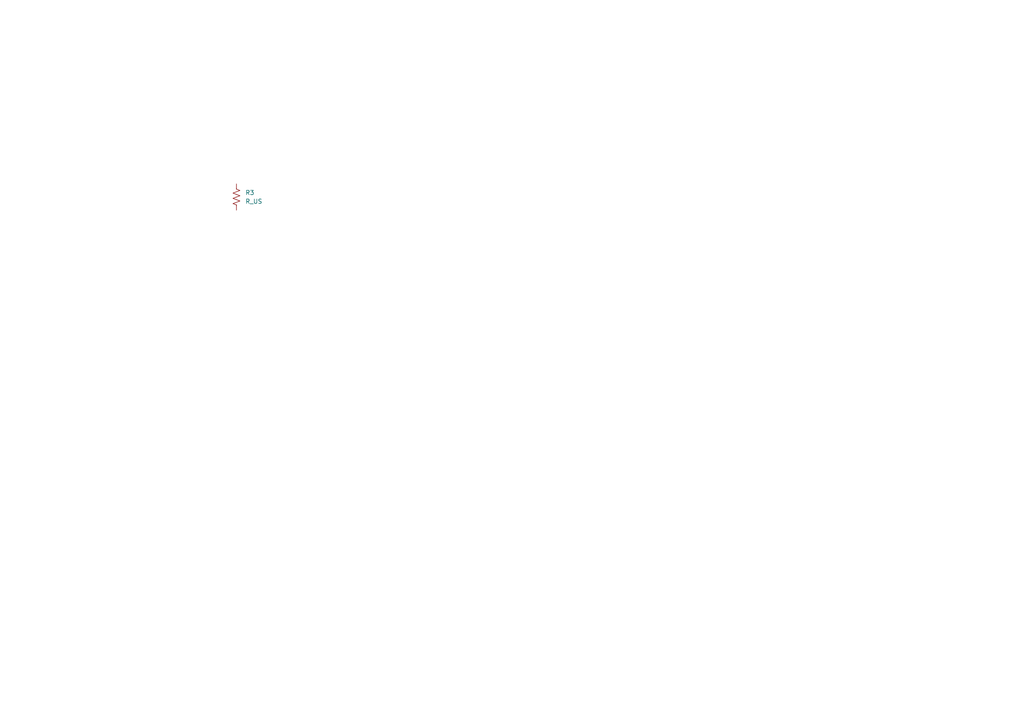
<source format=kicad_sch>
(kicad_sch
	(version 20231120)
	(generator "eeschema")
	(generator_version "8.0")
	(uuid "37ad42cf-50f1-4e75-9f87-f54ae3715310")
	(paper "A4")
	(lib_symbols
		(symbol "Device:R_US"
			(pin_numbers hide)
			(pin_names
				(offset 0)
			)
			(exclude_from_sim no)
			(in_bom yes)
			(on_board yes)
			(property "Reference" "R"
				(at 2.54 0 90)
				(effects
					(font
						(size 1.27 1.27)
					)
				)
			)
			(property "Value" "R_US"
				(at -2.54 0 90)
				(effects
					(font
						(size 1.27 1.27)
					)
				)
			)
			(property "Footprint" ""
				(at 1.016 -0.254 90)
				(effects
					(font
						(size 1.27 1.27)
					)
					(hide yes)
				)
			)
			(property "Datasheet" "~"
				(at 0 0 0)
				(effects
					(font
						(size 1.27 1.27)
					)
					(hide yes)
				)
			)
			(property "Description" "Resistor, US symbol"
				(at 0 0 0)
				(effects
					(font
						(size 1.27 1.27)
					)
					(hide yes)
				)
			)
			(property "ki_keywords" "R res resistor"
				(at 0 0 0)
				(effects
					(font
						(size 1.27 1.27)
					)
					(hide yes)
				)
			)
			(property "ki_fp_filters" "R_*"
				(at 0 0 0)
				(effects
					(font
						(size 1.27 1.27)
					)
					(hide yes)
				)
			)
			(symbol "R_US_0_1"
				(polyline
					(pts
						(xy 0 -2.286) (xy 0 -2.54)
					)
					(stroke
						(width 0)
						(type default)
					)
					(fill
						(type none)
					)
				)
				(polyline
					(pts
						(xy 0 2.286) (xy 0 2.54)
					)
					(stroke
						(width 0)
						(type default)
					)
					(fill
						(type none)
					)
				)
				(polyline
					(pts
						(xy 0 -0.762) (xy 1.016 -1.143) (xy 0 -1.524) (xy -1.016 -1.905) (xy 0 -2.286)
					)
					(stroke
						(width 0)
						(type default)
					)
					(fill
						(type none)
					)
				)
				(polyline
					(pts
						(xy 0 0.762) (xy 1.016 0.381) (xy 0 0) (xy -1.016 -0.381) (xy 0 -0.762)
					)
					(stroke
						(width 0)
						(type default)
					)
					(fill
						(type none)
					)
				)
				(polyline
					(pts
						(xy 0 2.286) (xy 1.016 1.905) (xy 0 1.524) (xy -1.016 1.143) (xy 0 0.762)
					)
					(stroke
						(width 0)
						(type default)
					)
					(fill
						(type none)
					)
				)
			)
			(symbol "R_US_1_1"
				(pin passive line
					(at 0 3.81 270)
					(length 1.27)
					(name "~"
						(effects
							(font
								(size 1.27 1.27)
							)
						)
					)
					(number "1"
						(effects
							(font
								(size 1.27 1.27)
							)
						)
					)
				)
				(pin passive line
					(at 0 -3.81 90)
					(length 1.27)
					(name "~"
						(effects
							(font
								(size 1.27 1.27)
							)
						)
					)
					(number "2"
						(effects
							(font
								(size 1.27 1.27)
							)
						)
					)
				)
			)
		)
	)
	(symbol
		(lib_id "Device:R_US")
		(at 68.58 57.15 0)
		(unit 1)
		(exclude_from_sim no)
		(in_bom yes)
		(on_board yes)
		(dnp no)
		(fields_autoplaced yes)
		(uuid "592ddab8-117a-4d88-a865-172836f6e013")
		(property "Reference" "R3"
			(at 71.12 55.8799 0)
			(effects
				(font
					(size 1.27 1.27)
				)
				(justify left)
			)
		)
		(property "Value" "R_US"
			(at 71.12 58.4199 0)
			(effects
				(font
					(size 1.27 1.27)
				)
				(justify left)
			)
		)
		(property "Footprint" "Resistor_SMD:R_0603_1608Metric"
			(at 69.596 57.404 90)
			(effects
				(font
					(size 1.27 1.27)
				)
				(hide yes)
			)
		)
		(property "Datasheet" "~"
			(at 68.58 57.15 0)
			(effects
				(font
					(size 1.27 1.27)
				)
				(hide yes)
			)
		)
		(property "Description" "Resistor, US symbol"
			(at 68.58 57.15 0)
			(effects
				(font
					(size 1.27 1.27)
				)
				(hide yes)
			)
		)
		(pin "2"
			(uuid "23732884-b267-4c25-b0c6-ba5672250e57")
		)
		(pin "1"
			(uuid "c809d07a-98c3-4616-9724-b1e5579181ce")
		)
		(instances
			(project "ZorionX-Nivara"
				(path "/ae5c9891-8291-492e-8a61-8ac340267b67/d47eca49-96e4-4138-8979-47bb60019f67/64a487c1-1849-45d6-962d-ffc3485e1a7f"
					(reference "R3")
					(unit 1)
				)
				(path "/ae5c9891-8291-492e-8a61-8ac340267b67/d47eca49-96e4-4138-8979-47bb60019f67/0824962a-59cd-45b4-910b-b608f652853a"
					(reference "R2")
					(unit 1)
				)
			)
		)
	)
)
</source>
